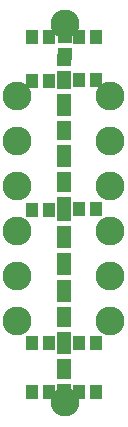
<source format=gts>
%FSLAX23Y23*%
%MOIN*%
G04 EasyPC Gerber Version 16.0.6 Build 3249 *
%ADD19R,0.04340X0.04931*%
%ADD109C,0.09600*%
%ADD18R,0.04931X0.04340*%
X0Y0D02*
D02*
D18*
X238Y114D03*
Y171D03*
X239Y198D03*
Y255D03*
Y371D03*
Y428D03*
Y461D03*
Y518D03*
Y551D03*
Y608D03*
Y641D03*
Y698D03*
Y821D03*
Y878D03*
Y911D03*
Y968D03*
Y991D03*
Y1048D03*
Y1081D03*
Y1138D03*
X239Y287D03*
Y344D03*
Y737D03*
Y794D03*
Y1158D03*
Y1215D03*
X240Y1233D03*
Y1290D03*
D02*
D19*
X130Y109D03*
X131Y716D03*
Y1146D03*
Y1291D03*
X132Y270D03*
X187Y109D03*
X188Y716D03*
Y1146D03*
Y1291D03*
X189Y270D03*
X287Y109D03*
Y719D03*
Y1147D03*
Y1292D03*
X288Y271D03*
X344Y109D03*
Y719D03*
Y1147D03*
Y1292D03*
X345Y271D03*
D02*
D109*
X83Y343D03*
Y493D03*
Y643D03*
Y793D03*
Y943D03*
Y1093D03*
X243Y73D03*
Y1333D03*
X393Y343D03*
Y493D03*
Y643D03*
Y793D03*
Y943D03*
Y1093D03*
X0Y0D02*
M02*

</source>
